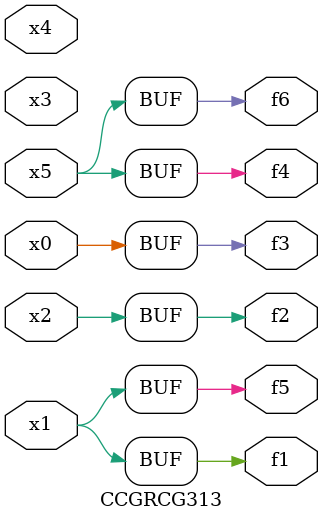
<source format=v>
module CCGRCG313(
	input x0, x1, x2, x3, x4, x5,
	output f1, f2, f3, f4, f5, f6
);
	assign f1 = x1;
	assign f2 = x2;
	assign f3 = x0;
	assign f4 = x5;
	assign f5 = x1;
	assign f6 = x5;
endmodule

</source>
